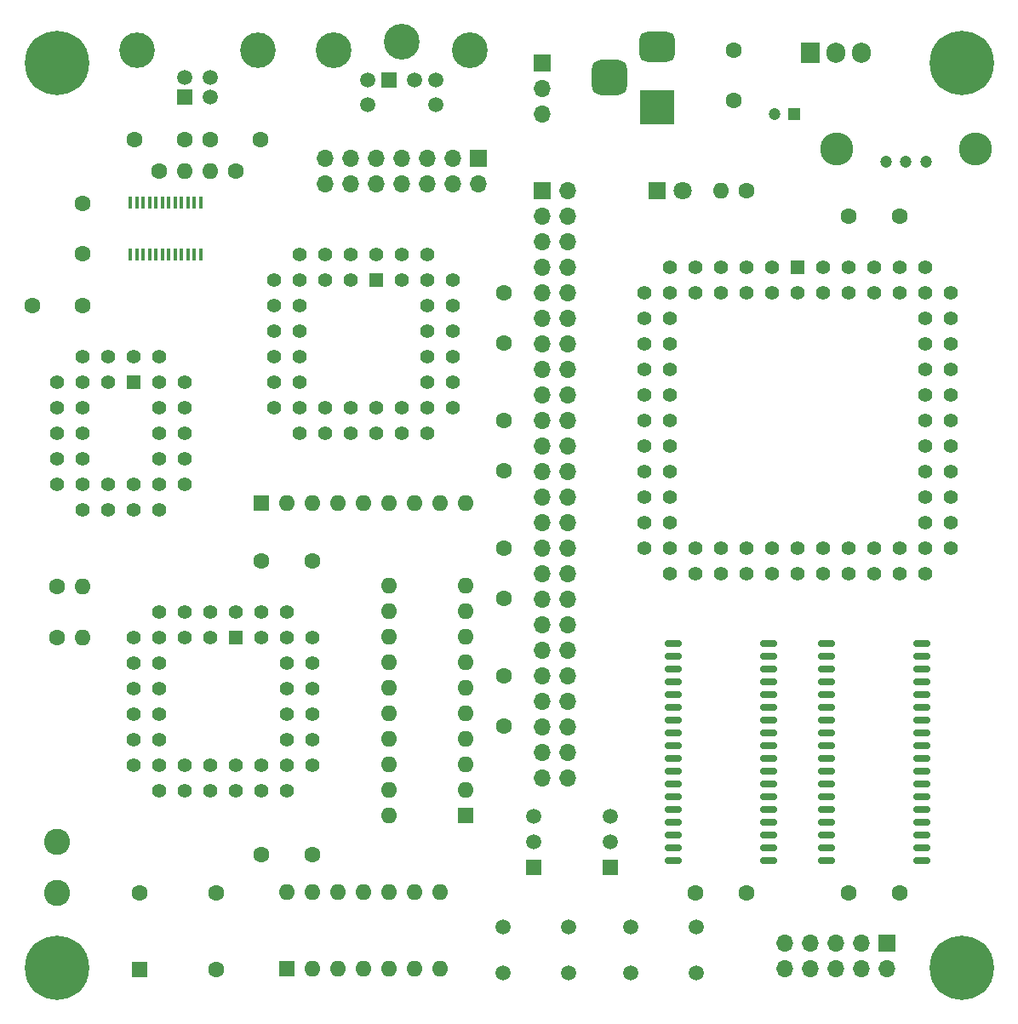
<source format=gbr>
%TF.GenerationSoftware,KiCad,Pcbnew,(6.0.4)*%
%TF.CreationDate,2022-07-11T08:06:57+02:00*%
%TF.ProjectId,65C816_SBC,36354338-3136-45f5-9342-432e6b696361,rev?*%
%TF.SameCoordinates,Original*%
%TF.FileFunction,Soldermask,Top*%
%TF.FilePolarity,Negative*%
%FSLAX46Y46*%
G04 Gerber Fmt 4.6, Leading zero omitted, Abs format (unit mm)*
G04 Created by KiCad (PCBNEW (6.0.4)) date 2022-07-11 08:06:57*
%MOMM*%
%LPD*%
G01*
G04 APERTURE LIST*
G04 Aperture macros list*
%AMRoundRect*
0 Rectangle with rounded corners*
0 $1 Rounding radius*
0 $2 $3 $4 $5 $6 $7 $8 $9 X,Y pos of 4 corners*
0 Add a 4 corners polygon primitive as box body*
4,1,4,$2,$3,$4,$5,$6,$7,$8,$9,$2,$3,0*
0 Add four circle primitives for the rounded corners*
1,1,$1+$1,$2,$3*
1,1,$1+$1,$4,$5*
1,1,$1+$1,$6,$7*
1,1,$1+$1,$8,$9*
0 Add four rect primitives between the rounded corners*
20,1,$1+$1,$2,$3,$4,$5,0*
20,1,$1+$1,$4,$5,$6,$7,0*
20,1,$1+$1,$6,$7,$8,$9,0*
20,1,$1+$1,$8,$9,$2,$3,0*%
G04 Aperture macros list end*
%ADD10R,1.700000X1.700000*%
%ADD11O,1.700000X1.700000*%
%ADD12C,1.600000*%
%ADD13R,1.600000X1.600000*%
%ADD14R,1.509000X1.509000*%
%ADD15C,1.509000*%
%ADD16C,3.525000*%
%ADD17C,1.500000*%
%ADD18R,1.500000X1.500000*%
%ADD19O,1.600000X1.600000*%
%ADD20R,1.422400X1.422400*%
%ADD21C,1.422400*%
%ADD22RoundRect,0.150000X-0.700000X-0.150000X0.700000X-0.150000X0.700000X0.150000X-0.700000X0.150000X0*%
%ADD23R,0.400000X1.200000*%
%ADD24R,1.905000X2.000000*%
%ADD25O,1.905000X2.000000*%
%ADD26C,2.600000*%
%ADD27C,1.200000*%
%ADD28C,3.290000*%
%ADD29C,3.555000*%
%ADD30R,1.800000X1.800000*%
%ADD31C,1.800000*%
%ADD32R,1.200000X1.200000*%
%ADD33R,3.500000X3.500000*%
%ADD34RoundRect,0.750000X-1.000000X0.750000X-1.000000X-0.750000X1.000000X-0.750000X1.000000X0.750000X0*%
%ADD35RoundRect,0.875000X-0.875000X0.875000X-0.875000X-0.875000X0.875000X-0.875000X0.875000X0.875000X0*%
%ADD36C,6.400000*%
G04 APERTURE END LIST*
D10*
%TO.C,J1*%
X149860000Y-63510000D03*
D11*
X152400000Y-63510000D03*
X149860000Y-66050000D03*
X152400000Y-66050000D03*
X149860000Y-68590000D03*
X152400000Y-68590000D03*
X149860000Y-71130000D03*
X152400000Y-71130000D03*
X149860000Y-73670000D03*
X152400000Y-73670000D03*
X149860000Y-76210000D03*
X152400000Y-76210000D03*
X149860000Y-78750000D03*
X152400000Y-78750000D03*
X149860000Y-81290000D03*
X152400000Y-81290000D03*
X149860000Y-83830000D03*
X152400000Y-83830000D03*
X149860000Y-86370000D03*
X152400000Y-86370000D03*
X149860000Y-88910000D03*
X152400000Y-88910000D03*
X149860000Y-91450000D03*
X152400000Y-91450000D03*
X149860000Y-93990000D03*
X152400000Y-93990000D03*
X149860000Y-96530000D03*
X152400000Y-96530000D03*
X149860000Y-99070000D03*
X152400000Y-99070000D03*
X149860000Y-101610000D03*
X152400000Y-101610000D03*
X149860000Y-104150000D03*
X152400000Y-104150000D03*
X149860000Y-106690000D03*
X152400000Y-106690000D03*
X149860000Y-109230000D03*
X152400000Y-109230000D03*
X149860000Y-111770000D03*
X152400000Y-111770000D03*
X149860000Y-114310000D03*
X152400000Y-114310000D03*
X149860000Y-116850000D03*
X152400000Y-116850000D03*
X149860000Y-119390000D03*
X152400000Y-119390000D03*
X149860000Y-121930000D03*
X152400000Y-121930000D03*
%TD*%
D10*
%TO.C,J3*%
X149860000Y-50815000D03*
D11*
X149860000Y-53355000D03*
X149860000Y-55895000D03*
%TD*%
D12*
%TO.C,X0*%
X109855000Y-133350000D03*
X117475000Y-133350000D03*
X117475000Y-140970000D03*
D13*
X109855000Y-140970000D03*
%TD*%
D14*
%TO.C,USB0*%
X114320000Y-54240000D03*
D15*
X116820000Y-54240000D03*
X116820000Y-52240000D03*
X114320000Y-52240000D03*
D16*
X121590000Y-49530000D03*
X109550000Y-49530000D03*
%TD*%
D17*
%TO.C,U11*%
X149040000Y-125740000D03*
X149040000Y-128280000D03*
D18*
X149040000Y-130820000D03*
%TD*%
D17*
%TO.C,U10*%
X156660000Y-125740000D03*
X156660000Y-128280000D03*
D18*
X156660000Y-130820000D03*
%TD*%
D13*
%TO.C,U9*%
X142230000Y-125725000D03*
D19*
X142230000Y-123185000D03*
X142230000Y-120645000D03*
X142230000Y-118105000D03*
X142230000Y-115565000D03*
X142230000Y-113025000D03*
X142230000Y-110485000D03*
X142230000Y-107945000D03*
X142230000Y-105405000D03*
X142230000Y-102865000D03*
X134610000Y-102865000D03*
X134610000Y-105405000D03*
X134610000Y-107945000D03*
X134610000Y-110485000D03*
X134610000Y-113025000D03*
X134610000Y-115565000D03*
X134610000Y-118105000D03*
X134610000Y-120645000D03*
X134610000Y-123185000D03*
X134610000Y-125725000D03*
%TD*%
D20*
%TO.C,U8*%
X119380000Y-107950000D03*
D21*
X116840000Y-105410000D03*
X116840000Y-107950000D03*
X114300000Y-105410000D03*
X114300000Y-107950000D03*
X111760000Y-105410000D03*
X109220000Y-107950000D03*
X111760000Y-107950000D03*
X109220000Y-110490000D03*
X111760000Y-110490000D03*
X109220000Y-113030000D03*
X111760000Y-113030000D03*
X109220000Y-115570000D03*
X111760000Y-115570000D03*
X109220000Y-118110000D03*
X111760000Y-118110000D03*
X109220000Y-120650000D03*
X111760000Y-123190000D03*
X111760000Y-120650000D03*
X114300000Y-123190000D03*
X114300000Y-120650000D03*
X116840000Y-123190000D03*
X116840000Y-120650000D03*
X119380000Y-123190000D03*
X119380000Y-120650000D03*
X121920000Y-123190000D03*
X121920000Y-120650000D03*
X124460000Y-123190000D03*
X127000000Y-120650000D03*
X124460000Y-120650000D03*
X127000000Y-118110000D03*
X124460000Y-118110000D03*
X127000000Y-115570000D03*
X124460000Y-115570000D03*
X127000000Y-113030000D03*
X124460000Y-113030000D03*
X127000000Y-110490000D03*
X124460000Y-110490000D03*
X127000000Y-107950000D03*
X124460000Y-105410000D03*
X124460000Y-107950000D03*
X121920000Y-105410000D03*
X121920000Y-107950000D03*
X119380000Y-105410000D03*
%TD*%
D22*
%TO.C,U7*%
X162940000Y-108585000D03*
X162940000Y-109855000D03*
X162940000Y-111125000D03*
X162940000Y-112395000D03*
X162940000Y-113665000D03*
X162940000Y-114935000D03*
X162940000Y-116205000D03*
X162940000Y-117475000D03*
X162940000Y-118745000D03*
X162940000Y-120015000D03*
X162940000Y-121285000D03*
X162940000Y-122555000D03*
X162940000Y-123825000D03*
X162940000Y-125095000D03*
X162940000Y-126365000D03*
X162940000Y-127635000D03*
X162940000Y-128905000D03*
X162940000Y-130175000D03*
X172340000Y-130175000D03*
X172340000Y-128905000D03*
X172340000Y-127635000D03*
X172340000Y-126365000D03*
X172340000Y-125095000D03*
X172340000Y-123825000D03*
X172340000Y-122555000D03*
X172340000Y-121285000D03*
X172340000Y-120015000D03*
X172340000Y-118745000D03*
X172340000Y-117475000D03*
X172340000Y-116205000D03*
X172340000Y-114935000D03*
X172340000Y-113665000D03*
X172340000Y-112395000D03*
X172340000Y-111125000D03*
X172340000Y-109855000D03*
X172340000Y-108585000D03*
%TD*%
%TO.C,U6*%
X178180000Y-108585000D03*
X178180000Y-109855000D03*
X178180000Y-111125000D03*
X178180000Y-112395000D03*
X178180000Y-113665000D03*
X178180000Y-114935000D03*
X178180000Y-116205000D03*
X178180000Y-117475000D03*
X178180000Y-118745000D03*
X178180000Y-120015000D03*
X178180000Y-121285000D03*
X178180000Y-122555000D03*
X178180000Y-123825000D03*
X178180000Y-125095000D03*
X178180000Y-126365000D03*
X178180000Y-127635000D03*
X178180000Y-128905000D03*
X178180000Y-130175000D03*
X187580000Y-130175000D03*
X187580000Y-128905000D03*
X187580000Y-127635000D03*
X187580000Y-126365000D03*
X187580000Y-125095000D03*
X187580000Y-123825000D03*
X187580000Y-122555000D03*
X187580000Y-121285000D03*
X187580000Y-120015000D03*
X187580000Y-118745000D03*
X187580000Y-117475000D03*
X187580000Y-116205000D03*
X187580000Y-114935000D03*
X187580000Y-113665000D03*
X187580000Y-112395000D03*
X187580000Y-111125000D03*
X187580000Y-109855000D03*
X187580000Y-108585000D03*
%TD*%
D20*
%TO.C,U5*%
X109220000Y-82550000D03*
D21*
X106680000Y-80010000D03*
X106680000Y-82550000D03*
X104140000Y-80010000D03*
X101600000Y-82550000D03*
X104140000Y-82550000D03*
X101600000Y-85090000D03*
X104140000Y-85090000D03*
X101600000Y-87630000D03*
X104140000Y-87630000D03*
X101600000Y-90170000D03*
X104140000Y-90170000D03*
X101600000Y-92710000D03*
X104140000Y-95250000D03*
X104140000Y-92710000D03*
X106680000Y-95250000D03*
X106680000Y-92710000D03*
X109220000Y-95250000D03*
X109220000Y-92710000D03*
X111760000Y-95250000D03*
X114300000Y-92710000D03*
X111760000Y-92710000D03*
X114300000Y-90170000D03*
X111760000Y-90170000D03*
X114300000Y-87630000D03*
X111760000Y-87630000D03*
X114300000Y-85090000D03*
X111760000Y-85090000D03*
X114300000Y-82550000D03*
X111760000Y-80010000D03*
X111760000Y-82550000D03*
X109220000Y-80010000D03*
%TD*%
D20*
%TO.C,U4*%
X133350000Y-72390000D03*
D21*
X130810000Y-69850000D03*
X130810000Y-72390000D03*
X128270000Y-69850000D03*
X128270000Y-72390000D03*
X125730000Y-69850000D03*
X123190000Y-72390000D03*
X125730000Y-72390000D03*
X123190000Y-74930000D03*
X125730000Y-74930000D03*
X123190000Y-77470000D03*
X125730000Y-77470000D03*
X123190000Y-80010000D03*
X125730000Y-80010000D03*
X123190000Y-82550000D03*
X125730000Y-82550000D03*
X123190000Y-85090000D03*
X125730000Y-87630000D03*
X125730000Y-85090000D03*
X128270000Y-87630000D03*
X128270000Y-85090000D03*
X130810000Y-87630000D03*
X130810000Y-85090000D03*
X133350000Y-87630000D03*
X133350000Y-85090000D03*
X135890000Y-87630000D03*
X135890000Y-85090000D03*
X138430000Y-87630000D03*
X140970000Y-85090000D03*
X138430000Y-85090000D03*
X140970000Y-82550000D03*
X138430000Y-82550000D03*
X140970000Y-80010000D03*
X138430000Y-80010000D03*
X140970000Y-77470000D03*
X138430000Y-77470000D03*
X140970000Y-74930000D03*
X138430000Y-74930000D03*
X140970000Y-72390000D03*
X138430000Y-69850000D03*
X138430000Y-72390000D03*
X135890000Y-69850000D03*
X135890000Y-72390000D03*
X133350000Y-69850000D03*
%TD*%
D20*
%TO.C,U3*%
X175260000Y-71120000D03*
D21*
X175260000Y-73660000D03*
X172720000Y-71120000D03*
X172720000Y-73660000D03*
X170180000Y-71120000D03*
X170180000Y-73660000D03*
X167640000Y-71120000D03*
X167640000Y-73660000D03*
X165100000Y-71120000D03*
X165100000Y-73660000D03*
X162560000Y-71120000D03*
X160020000Y-73660000D03*
X162560000Y-73660000D03*
X160020000Y-76200000D03*
X162560000Y-76200000D03*
X160020000Y-78740000D03*
X162560000Y-78740000D03*
X160020000Y-81280000D03*
X162560000Y-81280000D03*
X160020000Y-83820000D03*
X162560000Y-83820000D03*
X160020000Y-86360000D03*
X162560000Y-86360000D03*
X160020000Y-88900000D03*
X162560000Y-88900000D03*
X160020000Y-91440000D03*
X162560000Y-91440000D03*
X160020000Y-93980000D03*
X162560000Y-93980000D03*
X160020000Y-96520000D03*
X162560000Y-96520000D03*
X160020000Y-99060000D03*
X162560000Y-101600000D03*
X162560000Y-99060000D03*
X165100000Y-101600000D03*
X165100000Y-99060000D03*
X167640000Y-101600000D03*
X167640000Y-99060000D03*
X170180000Y-101600000D03*
X170180000Y-99060000D03*
X172720000Y-101600000D03*
X172720000Y-99060000D03*
X175260000Y-101600000D03*
X175260000Y-99060000D03*
X177800000Y-101600000D03*
X177800000Y-99060000D03*
X180340000Y-101600000D03*
X180340000Y-99060000D03*
X182880000Y-101600000D03*
X182880000Y-99060000D03*
X185420000Y-101600000D03*
X185420000Y-99060000D03*
X187960000Y-101600000D03*
X190500000Y-99060000D03*
X187960000Y-99060000D03*
X190500000Y-96520000D03*
X187960000Y-96520000D03*
X190500000Y-93980000D03*
X187960000Y-93980000D03*
X190500000Y-91440000D03*
X187960000Y-91440000D03*
X190500000Y-88900000D03*
X187960000Y-88900000D03*
X190500000Y-86360000D03*
X187960000Y-86360000D03*
X190500000Y-83820000D03*
X187960000Y-83820000D03*
X190500000Y-81280000D03*
X187960000Y-81280000D03*
X190500000Y-78740000D03*
X187960000Y-78740000D03*
X190500000Y-76200000D03*
X187960000Y-76200000D03*
X190500000Y-73660000D03*
X187960000Y-71120000D03*
X187960000Y-73660000D03*
X185420000Y-71120000D03*
X185420000Y-73660000D03*
X182880000Y-71120000D03*
X182880000Y-73660000D03*
X180340000Y-71120000D03*
X180340000Y-73660000D03*
X177800000Y-71120000D03*
X177800000Y-73660000D03*
%TD*%
D13*
%TO.C,U2*%
X124455000Y-140960000D03*
D19*
X126995000Y-140960000D03*
X129535000Y-140960000D03*
X132075000Y-140960000D03*
X134615000Y-140960000D03*
X137155000Y-140960000D03*
X139695000Y-140960000D03*
X139695000Y-133340000D03*
X137155000Y-133340000D03*
X134615000Y-133340000D03*
X132075000Y-133340000D03*
X129535000Y-133340000D03*
X126995000Y-133340000D03*
X124455000Y-133340000D03*
%TD*%
D23*
%TO.C,U1*%
X108902500Y-69910000D03*
X109537500Y-69910000D03*
X110172500Y-69910000D03*
X110807500Y-69910000D03*
X111442500Y-69910000D03*
X112077500Y-69910000D03*
X112712500Y-69910000D03*
X113347500Y-69910000D03*
X113982500Y-69910000D03*
X114617500Y-69910000D03*
X115252500Y-69910000D03*
X115887500Y-69910000D03*
X115887500Y-64710000D03*
X115252500Y-64710000D03*
X114617500Y-64710000D03*
X113982500Y-64710000D03*
X113347500Y-64710000D03*
X112712500Y-64710000D03*
X112077500Y-64710000D03*
X111442500Y-64710000D03*
X110807500Y-64710000D03*
X110172500Y-64710000D03*
X109537500Y-64710000D03*
X108902500Y-64710000D03*
%TD*%
D24*
%TO.C,U0*%
X176530000Y-49840000D03*
D25*
X179070000Y-49840000D03*
X181610000Y-49840000D03*
%TD*%
D26*
%TO.C,TP0*%
X101600000Y-133350000D03*
X101600000Y-128270000D03*
%TD*%
D17*
%TO.C,SW1*%
X145975000Y-136815000D03*
X152475000Y-136815000D03*
X145975000Y-141315000D03*
X152475000Y-141315000D03*
%TD*%
%TO.C,SW0*%
X158675000Y-136815000D03*
X165175000Y-136815000D03*
X158675000Y-141315000D03*
X165175000Y-141315000D03*
%TD*%
D27*
%TO.C,S0*%
X188055000Y-60640000D03*
X186055000Y-60640000D03*
X184055000Y-60640000D03*
D28*
X192955000Y-59390000D03*
X179155000Y-59390000D03*
%TD*%
D13*
%TO.C,RN0*%
X121905000Y-94615000D03*
D19*
X124445000Y-94615000D03*
X126985000Y-94615000D03*
X129525000Y-94615000D03*
X132065000Y-94615000D03*
X134605000Y-94615000D03*
X137145000Y-94615000D03*
X139685000Y-94615000D03*
X142225000Y-94615000D03*
%TD*%
%TO.C,R4*%
X104140000Y-107950000D03*
D12*
X101600000Y-107950000D03*
%TD*%
%TO.C,R3*%
X101600000Y-102870000D03*
D19*
X104140000Y-102870000D03*
%TD*%
%TO.C,R2*%
X167640000Y-63500000D03*
D12*
X170180000Y-63500000D03*
%TD*%
%TO.C,R1*%
X119380000Y-61595000D03*
D19*
X116840000Y-61595000D03*
%TD*%
D12*
%TO.C,R0*%
X111760000Y-61595000D03*
D19*
X114300000Y-61595000D03*
%TD*%
D14*
%TO.C,PS0*%
X134590000Y-52530000D03*
D15*
X137190000Y-52530000D03*
X132540000Y-52530000D03*
X139240000Y-52530000D03*
X132540000Y-55020000D03*
X139240000Y-55020000D03*
D29*
X135890000Y-48720000D03*
X142650000Y-49530000D03*
X129130000Y-49530000D03*
%TD*%
D10*
%TO.C,J2*%
X143515000Y-60325000D03*
D11*
X143515000Y-62865000D03*
X140975000Y-60325000D03*
X140975000Y-62865000D03*
X138435000Y-60325000D03*
X138435000Y-62865000D03*
X135895000Y-60325000D03*
X135895000Y-62865000D03*
X133355000Y-60325000D03*
X133355000Y-62865000D03*
X130815000Y-60325000D03*
X130815000Y-62865000D03*
X128275000Y-60325000D03*
X128275000Y-62865000D03*
%TD*%
%TO.C,J0*%
X173985000Y-140965000D03*
X173985000Y-138425000D03*
X176525000Y-140965000D03*
X176525000Y-138425000D03*
X179065000Y-140965000D03*
X179065000Y-138425000D03*
X181605000Y-140965000D03*
X181605000Y-138425000D03*
X184145000Y-140965000D03*
D10*
X184145000Y-138425000D03*
%TD*%
D30*
%TO.C,D0*%
X161290000Y-63500000D03*
D31*
X163830000Y-63500000D03*
%TD*%
D12*
%TO.C,C14*%
X121960000Y-129540000D03*
X126960000Y-129540000D03*
%TD*%
%TO.C,C13*%
X121960000Y-100330000D03*
X126960000Y-100330000D03*
%TD*%
%TO.C,C12*%
X180380000Y-66040000D03*
X185380000Y-66040000D03*
%TD*%
%TO.C,C11*%
X180380000Y-133350000D03*
X185380000Y-133350000D03*
%TD*%
%TO.C,C10*%
X165140000Y-133350000D03*
X170140000Y-133350000D03*
%TD*%
%TO.C,C9*%
X146050000Y-116760000D03*
X146050000Y-111760000D03*
%TD*%
%TO.C,C8*%
X146050000Y-99100000D03*
X146050000Y-104100000D03*
%TD*%
%TO.C,C7*%
X146050000Y-91360000D03*
X146050000Y-86360000D03*
%TD*%
%TO.C,C6*%
X146050000Y-73660000D03*
X146050000Y-78660000D03*
%TD*%
%TO.C,C5*%
X99140000Y-74930000D03*
X104140000Y-74930000D03*
%TD*%
D32*
%TO.C,C4*%
X174962600Y-55880000D03*
D27*
X172962600Y-55880000D03*
%TD*%
D12*
%TO.C,C3*%
X168910000Y-54570000D03*
X168910000Y-49570000D03*
%TD*%
%TO.C,C2*%
X109300000Y-58420000D03*
X114300000Y-58420000D03*
%TD*%
%TO.C,C1*%
X121840000Y-58420000D03*
X116840000Y-58420000D03*
%TD*%
%TO.C,C0*%
X104140000Y-69810000D03*
X104140000Y-64810000D03*
%TD*%
D33*
%TO.C,BJ0*%
X161290000Y-55245000D03*
D34*
X161290000Y-49245000D03*
D35*
X156590000Y-52245000D03*
%TD*%
D36*
%TO.C,H1*%
X191600000Y-140800000D03*
%TD*%
%TO.C,H3*%
X101600000Y-50800000D03*
%TD*%
%TO.C,H0*%
X191600000Y-50800000D03*
%TD*%
%TO.C,H2*%
X101600000Y-140800000D03*
%TD*%
M02*

</source>
